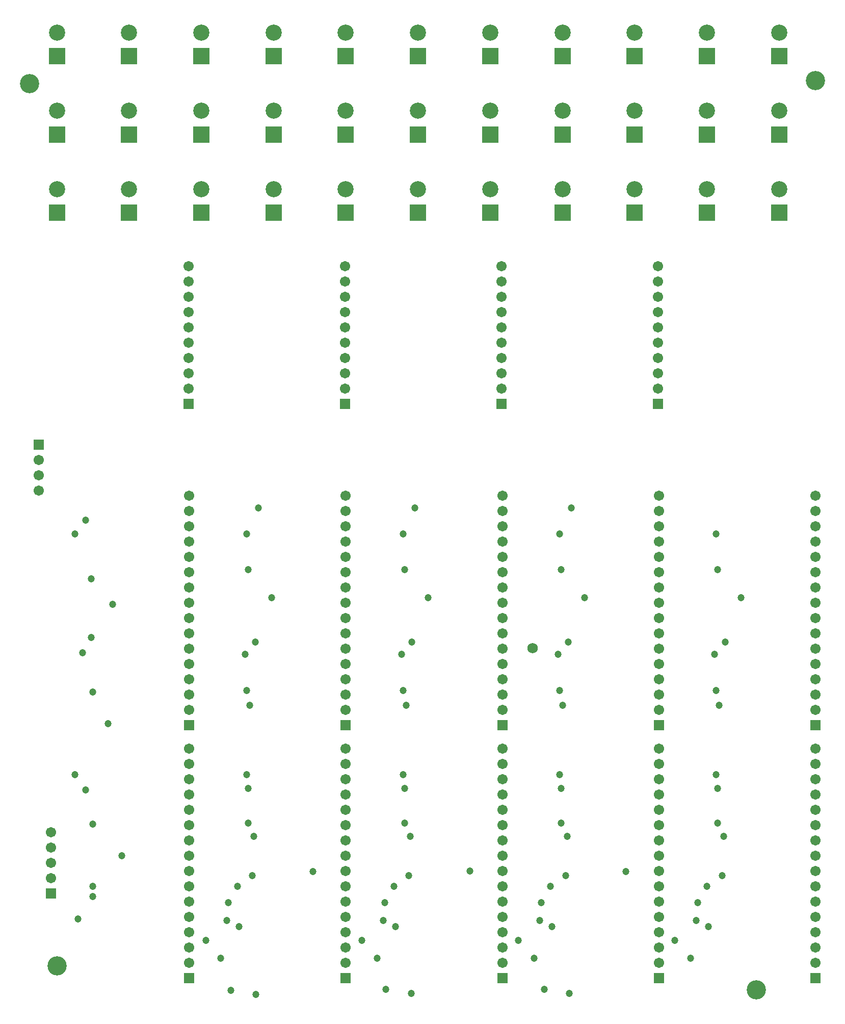
<source format=gbs>
G04*
G04 #@! TF.GenerationSoftware,Altium Limited,Altium Designer,18.0.9 (584)*
G04*
G04 Layer_Color=16711935*
%FSLAX25Y25*%
%MOIN*%
G70*
G01*
G75*
%ADD20C,0.06800*%
%ADD21R,0.10544X0.10544*%
%ADD22C,0.10544*%
%ADD23C,0.06706*%
%ADD24R,0.06706X0.06706*%
%ADD25C,0.12611*%
%ADD26C,0.04737*%
D20*
X342520Y239173D02*
D03*
D21*
X503937Y574882D02*
D03*
X31496Y626063D02*
D03*
X31496Y574882D02*
D03*
X78740Y626063D02*
D03*
X78740Y574882D02*
D03*
Y523701D02*
D03*
X125984Y626063D02*
D03*
X125984Y574882D02*
D03*
Y523701D02*
D03*
X173228Y626063D02*
D03*
Y574882D02*
D03*
Y523701D02*
D03*
X220472Y626063D02*
D03*
X220472Y574882D02*
D03*
Y523701D02*
D03*
X267717Y626063D02*
D03*
Y574882D02*
D03*
Y523701D02*
D03*
X314961Y626063D02*
D03*
X314961Y574882D02*
D03*
Y523701D02*
D03*
X362205Y626063D02*
D03*
X362205Y574882D02*
D03*
Y523701D02*
D03*
X409449Y626063D02*
D03*
X409449Y574882D02*
D03*
Y523701D02*
D03*
X456693Y626063D02*
D03*
X456693Y574882D02*
D03*
Y523701D02*
D03*
X503937Y626063D02*
D03*
X503937Y523701D02*
D03*
X31496D02*
D03*
D22*
X503937Y590473D02*
D03*
X31496Y641653D02*
D03*
X31496Y590473D02*
D03*
X78740Y641653D02*
D03*
X78740Y590473D02*
D03*
Y539291D02*
D03*
X125984Y641653D02*
D03*
X125984Y590473D02*
D03*
Y539291D02*
D03*
X173228Y641653D02*
D03*
Y590473D02*
D03*
Y539291D02*
D03*
X220472Y641653D02*
D03*
X220472Y590473D02*
D03*
Y539291D02*
D03*
X267717Y641653D02*
D03*
Y590473D02*
D03*
Y539291D02*
D03*
X314961Y641653D02*
D03*
X314961Y590473D02*
D03*
Y539291D02*
D03*
X362205Y641653D02*
D03*
X362205Y590473D02*
D03*
Y539291D02*
D03*
X409449Y641653D02*
D03*
X409449Y590473D02*
D03*
Y539291D02*
D03*
X456693Y641653D02*
D03*
X456693Y590473D02*
D03*
Y539291D02*
D03*
X503937Y641653D02*
D03*
X503937Y539291D02*
D03*
X31496D02*
D03*
D23*
X19685Y342047D02*
D03*
Y352047D02*
D03*
Y362047D02*
D03*
X117520Y408917D02*
D03*
Y428917D02*
D03*
Y438917D02*
D03*
Y448917D02*
D03*
Y458917D02*
D03*
Y468917D02*
D03*
Y478917D02*
D03*
Y488917D02*
D03*
Y418917D02*
D03*
X424606D02*
D03*
Y488917D02*
D03*
Y478917D02*
D03*
Y468917D02*
D03*
Y458917D02*
D03*
Y448917D02*
D03*
Y438917D02*
D03*
Y428917D02*
D03*
Y408917D02*
D03*
X322244Y418917D02*
D03*
Y488917D02*
D03*
Y478917D02*
D03*
Y468917D02*
D03*
Y458917D02*
D03*
Y448917D02*
D03*
Y438917D02*
D03*
Y428917D02*
D03*
Y408917D02*
D03*
X219882Y418917D02*
D03*
Y488917D02*
D03*
Y478917D02*
D03*
Y468917D02*
D03*
Y458917D02*
D03*
Y448917D02*
D03*
Y438917D02*
D03*
Y428917D02*
D03*
Y408917D02*
D03*
X322835Y198976D02*
D03*
Y208976D02*
D03*
Y218976D02*
D03*
Y228976D02*
D03*
Y238976D02*
D03*
Y248976D02*
D03*
Y258976D02*
D03*
Y268976D02*
D03*
Y278976D02*
D03*
Y288976D02*
D03*
Y298976D02*
D03*
Y308976D02*
D03*
Y318976D02*
D03*
Y328976D02*
D03*
Y338976D02*
D03*
Y33622D02*
D03*
Y43622D02*
D03*
Y53622D02*
D03*
Y63622D02*
D03*
Y73622D02*
D03*
Y83622D02*
D03*
Y93622D02*
D03*
Y103622D02*
D03*
Y113622D02*
D03*
Y123622D02*
D03*
Y133622D02*
D03*
Y143622D02*
D03*
Y153622D02*
D03*
Y163622D02*
D03*
Y173622D02*
D03*
X527559Y198976D02*
D03*
Y208976D02*
D03*
Y218976D02*
D03*
Y228976D02*
D03*
Y238976D02*
D03*
Y248976D02*
D03*
Y258976D02*
D03*
Y268976D02*
D03*
Y278976D02*
D03*
Y288976D02*
D03*
Y298976D02*
D03*
Y308976D02*
D03*
Y318976D02*
D03*
Y328976D02*
D03*
Y338976D02*
D03*
X425197Y198976D02*
D03*
Y208976D02*
D03*
Y218976D02*
D03*
Y228976D02*
D03*
Y238976D02*
D03*
Y248976D02*
D03*
Y258976D02*
D03*
Y268976D02*
D03*
Y278976D02*
D03*
Y288976D02*
D03*
Y298976D02*
D03*
Y308976D02*
D03*
Y318976D02*
D03*
Y328976D02*
D03*
Y338976D02*
D03*
Y33622D02*
D03*
Y43622D02*
D03*
Y53622D02*
D03*
Y63622D02*
D03*
Y73622D02*
D03*
Y83622D02*
D03*
Y93622D02*
D03*
Y103622D02*
D03*
Y113622D02*
D03*
Y123622D02*
D03*
Y133622D02*
D03*
Y143622D02*
D03*
Y153622D02*
D03*
Y163622D02*
D03*
Y173622D02*
D03*
X527559Y33622D02*
D03*
Y43622D02*
D03*
Y53622D02*
D03*
Y63622D02*
D03*
Y73622D02*
D03*
Y83622D02*
D03*
Y93622D02*
D03*
Y103622D02*
D03*
Y113622D02*
D03*
Y123622D02*
D03*
Y133622D02*
D03*
Y143622D02*
D03*
Y153622D02*
D03*
Y163622D02*
D03*
Y173622D02*
D03*
X220472Y198976D02*
D03*
Y208976D02*
D03*
Y218976D02*
D03*
Y228976D02*
D03*
Y238976D02*
D03*
Y248976D02*
D03*
Y258976D02*
D03*
Y268976D02*
D03*
Y278976D02*
D03*
Y288976D02*
D03*
Y298976D02*
D03*
Y308976D02*
D03*
Y318976D02*
D03*
Y328976D02*
D03*
Y338976D02*
D03*
Y33622D02*
D03*
Y43622D02*
D03*
Y53622D02*
D03*
Y63622D02*
D03*
Y73622D02*
D03*
Y83622D02*
D03*
Y93622D02*
D03*
Y103622D02*
D03*
Y113622D02*
D03*
Y123622D02*
D03*
Y133622D02*
D03*
Y143622D02*
D03*
Y153622D02*
D03*
Y163622D02*
D03*
Y173622D02*
D03*
X118110Y198976D02*
D03*
Y208976D02*
D03*
Y218976D02*
D03*
Y228976D02*
D03*
Y238976D02*
D03*
Y248976D02*
D03*
Y258976D02*
D03*
Y268976D02*
D03*
Y278976D02*
D03*
Y288976D02*
D03*
Y298976D02*
D03*
Y308976D02*
D03*
Y318976D02*
D03*
Y328976D02*
D03*
Y338976D02*
D03*
Y33622D02*
D03*
Y43622D02*
D03*
Y53622D02*
D03*
Y63622D02*
D03*
Y73622D02*
D03*
Y83622D02*
D03*
Y93622D02*
D03*
Y103622D02*
D03*
Y113622D02*
D03*
Y123622D02*
D03*
Y133622D02*
D03*
Y143622D02*
D03*
Y153622D02*
D03*
Y163622D02*
D03*
Y173622D02*
D03*
X27559Y118740D02*
D03*
Y108740D02*
D03*
Y98740D02*
D03*
Y88740D02*
D03*
D24*
X19685Y372047D02*
D03*
X117520Y398917D02*
D03*
X424606D02*
D03*
X322244D02*
D03*
X219882D02*
D03*
X322835Y188976D02*
D03*
Y23622D02*
D03*
X527559Y188976D02*
D03*
X425197D02*
D03*
Y23622D02*
D03*
X527559D02*
D03*
X220472Y188976D02*
D03*
Y23622D02*
D03*
X118110Y188976D02*
D03*
Y23622D02*
D03*
X27559Y78740D02*
D03*
D25*
X31496Y31496D02*
D03*
X488939Y15748D02*
D03*
X527559Y610236D02*
D03*
X13780Y608268D02*
D03*
D26*
X366634Y13386D02*
D03*
X350197Y16043D02*
D03*
X403740Y93307D02*
D03*
X435728Y48228D02*
D03*
X462599Y313976D02*
D03*
X449803Y61024D02*
D03*
X450787Y72835D02*
D03*
X457677Y57087D02*
D03*
X445866Y36417D02*
D03*
X456693Y83661D02*
D03*
X467520Y116142D02*
D03*
X466536Y90551D02*
D03*
X463583Y125000D02*
D03*
Y147638D02*
D03*
X462599Y156496D02*
D03*
X464567Y201772D02*
D03*
X462599Y211614D02*
D03*
X461614Y235236D02*
D03*
X463583Y290354D02*
D03*
X468504Y243110D02*
D03*
X478937Y272244D02*
D03*
X301673Y93504D02*
D03*
X246752Y16043D02*
D03*
X263189Y13386D02*
D03*
X368110Y330709D02*
D03*
X376575Y272244D02*
D03*
X366142Y243110D02*
D03*
X361221Y290354D02*
D03*
X359252Y235236D02*
D03*
X360236Y211614D02*
D03*
X362205Y201772D02*
D03*
X360236Y156496D02*
D03*
X361221Y147638D02*
D03*
Y125000D02*
D03*
X364173Y90551D02*
D03*
X365158Y116142D02*
D03*
X354331Y83661D02*
D03*
X343504Y36417D02*
D03*
X355315Y57087D02*
D03*
X348425Y72835D02*
D03*
X347441Y61024D02*
D03*
X360236Y313976D02*
D03*
X333366Y48228D02*
D03*
X198917Y93110D02*
D03*
X161614Y12992D02*
D03*
X145177Y15650D02*
D03*
X231004Y48228D02*
D03*
X257874Y313976D02*
D03*
X245079Y61024D02*
D03*
X246063Y72835D02*
D03*
X252953Y57087D02*
D03*
X241142Y36417D02*
D03*
X251969Y83661D02*
D03*
X262795Y116142D02*
D03*
X261811Y90551D02*
D03*
X258858Y125000D02*
D03*
Y147638D02*
D03*
X257874Y156496D02*
D03*
X259842Y201772D02*
D03*
X257874Y211614D02*
D03*
X256890Y235236D02*
D03*
X258858Y290354D02*
D03*
X263780Y243110D02*
D03*
X274213Y272244D02*
D03*
X265748Y330709D02*
D03*
X163386Y330709D02*
D03*
X171850Y272244D02*
D03*
X161417Y243110D02*
D03*
X156496Y290354D02*
D03*
X154528Y235236D02*
D03*
X155512Y211614D02*
D03*
X157480Y201772D02*
D03*
X155512Y156496D02*
D03*
X156496Y147638D02*
D03*
Y125000D02*
D03*
X159449Y90551D02*
D03*
X160433Y116142D02*
D03*
X149606Y83661D02*
D03*
X128937Y48228D02*
D03*
X138779Y36417D02*
D03*
X150591Y57087D02*
D03*
X143701Y72835D02*
D03*
X142717Y61024D02*
D03*
X155512Y313976D02*
D03*
X43307D02*
D03*
D03*
X50197Y322835D02*
D03*
X54134Y284449D02*
D03*
X67913Y267717D02*
D03*
X54134Y246063D02*
D03*
X48228Y236221D02*
D03*
X64961Y189961D02*
D03*
X55118Y210630D02*
D03*
D03*
X43307Y156496D02*
D03*
X55118Y76772D02*
D03*
X50197Y146653D02*
D03*
X73819Y103347D02*
D03*
X55118Y124016D02*
D03*
Y83661D02*
D03*
X45276Y62008D02*
D03*
M02*

</source>
